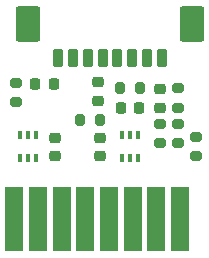
<source format=gbr>
%TF.GenerationSoftware,KiCad,Pcbnew,8.0.8*%
%TF.CreationDate,2025-02-15T05:52:52-08:00*%
%TF.ProjectId,EZ Stepper Line Driver - R2,455a2053-7465-4707-9065-72204c696e65,rev?*%
%TF.SameCoordinates,Original*%
%TF.FileFunction,Paste,Top*%
%TF.FilePolarity,Positive*%
%FSLAX46Y46*%
G04 Gerber Fmt 4.6, Leading zero omitted, Abs format (unit mm)*
G04 Created by KiCad (PCBNEW 8.0.8) date 2025-02-15 05:52:52*
%MOMM*%
%LPD*%
G01*
G04 APERTURE LIST*
G04 Aperture macros list*
%AMRoundRect*
0 Rectangle with rounded corners*
0 $1 Rounding radius*
0 $2 $3 $4 $5 $6 $7 $8 $9 X,Y pos of 4 corners*
0 Add a 4 corners polygon primitive as box body*
4,1,4,$2,$3,$4,$5,$6,$7,$8,$9,$2,$3,0*
0 Add four circle primitives for the rounded corners*
1,1,$1+$1,$2,$3*
1,1,$1+$1,$4,$5*
1,1,$1+$1,$6,$7*
1,1,$1+$1,$8,$9*
0 Add four rect primitives between the rounded corners*
20,1,$1+$1,$2,$3,$4,$5,0*
20,1,$1+$1,$4,$5,$6,$7,0*
20,1,$1+$1,$6,$7,$8,$9,0*
20,1,$1+$1,$8,$9,$2,$3,0*%
G04 Aperture macros list end*
%ADD10R,1.600000X5.500000*%
%ADD11RoundRect,0.200000X-0.200000X-0.275000X0.200000X-0.275000X0.200000X0.275000X-0.200000X0.275000X0*%
%ADD12RoundRect,0.225000X-0.250000X0.225000X-0.250000X-0.225000X0.250000X-0.225000X0.250000X0.225000X0*%
%ADD13R,0.400000X0.650000*%
%ADD14RoundRect,0.200000X-0.275000X0.200000X-0.275000X-0.200000X0.275000X-0.200000X0.275000X0.200000X0*%
%ADD15RoundRect,0.200000X0.275000X-0.200000X0.275000X0.200000X-0.275000X0.200000X-0.275000X-0.200000X0*%
%ADD16RoundRect,0.218750X-0.218750X-0.256250X0.218750X-0.256250X0.218750X0.256250X-0.218750X0.256250X0*%
%ADD17RoundRect,0.218750X-0.256250X0.218750X-0.256250X-0.218750X0.256250X-0.218750X0.256250X0.218750X0*%
%ADD18RoundRect,0.218750X0.218750X0.256250X-0.218750X0.256250X-0.218750X-0.256250X0.218750X-0.256250X0*%
%ADD19RoundRect,0.200000X0.200000X0.600000X-0.200000X0.600000X-0.200000X-0.600000X0.200000X-0.600000X0*%
%ADD20RoundRect,0.250001X0.799999X1.249999X-0.799999X1.249999X-0.799999X-1.249999X0.799999X-1.249999X0*%
%ADD21RoundRect,0.218750X0.256250X-0.218750X0.256250X0.218750X-0.256250X0.218750X-0.256250X-0.218750X0*%
G04 APERTURE END LIST*
D10*
%TO.C,U1*%
X31880000Y124785000D03*
X33880000Y124785000D03*
X35880000Y124785000D03*
X37880000Y124785000D03*
X39880000Y124785000D03*
X41880000Y124785000D03*
X43880000Y124785000D03*
X45880000Y124785000D03*
%TD*%
D11*
%TO.C,R3*%
X40831000Y135890000D03*
X42481000Y135890000D03*
%TD*%
D12*
%TO.C,C1*%
X35306000Y131712000D03*
X35306000Y130162000D03*
%TD*%
D13*
%TO.C,U2*%
X32370000Y129987000D03*
X33020000Y129987000D03*
X33670000Y129987000D03*
X33670000Y131887000D03*
X33020000Y131887000D03*
X32370000Y131887000D03*
%TD*%
D14*
%TO.C,R2*%
X45720000Y132860000D03*
X45720000Y131210000D03*
%TD*%
D15*
%TO.C,R1*%
X44196000Y131210000D03*
X44196000Y132860000D03*
%TD*%
D16*
%TO.C,D3*%
X33629500Y136271000D03*
X35204500Y136271000D03*
%TD*%
D17*
%TO.C,D4*%
X44196000Y135788500D03*
X44196000Y134213500D03*
%TD*%
D18*
%TO.C,D1*%
X42443500Y134239000D03*
X40868500Y134239000D03*
%TD*%
D13*
%TO.C,U3*%
X41006000Y129987000D03*
X41656000Y129987000D03*
X42306000Y129987000D03*
X42306000Y131887000D03*
X41656000Y131887000D03*
X41006000Y131887000D03*
%TD*%
D15*
%TO.C,R6*%
X45720000Y134239000D03*
X45720000Y135889000D03*
%TD*%
D11*
%TO.C,R4*%
X37465000Y133224000D03*
X39115000Y133224000D03*
%TD*%
D19*
%TO.C,J1*%
X44341000Y138425000D03*
X43091000Y138425000D03*
X41841000Y138425000D03*
X40591000Y138425000D03*
X39341000Y138425000D03*
X38091000Y138425000D03*
X36841000Y138425000D03*
X35591000Y138425000D03*
D20*
X46891000Y141325000D03*
X33041000Y141325000D03*
%TD*%
D14*
%TO.C,R7*%
X47244000Y131762000D03*
X47244000Y130112000D03*
%TD*%
D21*
%TO.C,D2*%
X38989000Y134848500D03*
X38989000Y136423500D03*
%TD*%
D15*
%TO.C,R5*%
X32004000Y134684000D03*
X32004000Y136334000D03*
%TD*%
D12*
%TO.C,C2*%
X39116000Y131712000D03*
X39116000Y130162000D03*
%TD*%
M02*

</source>
